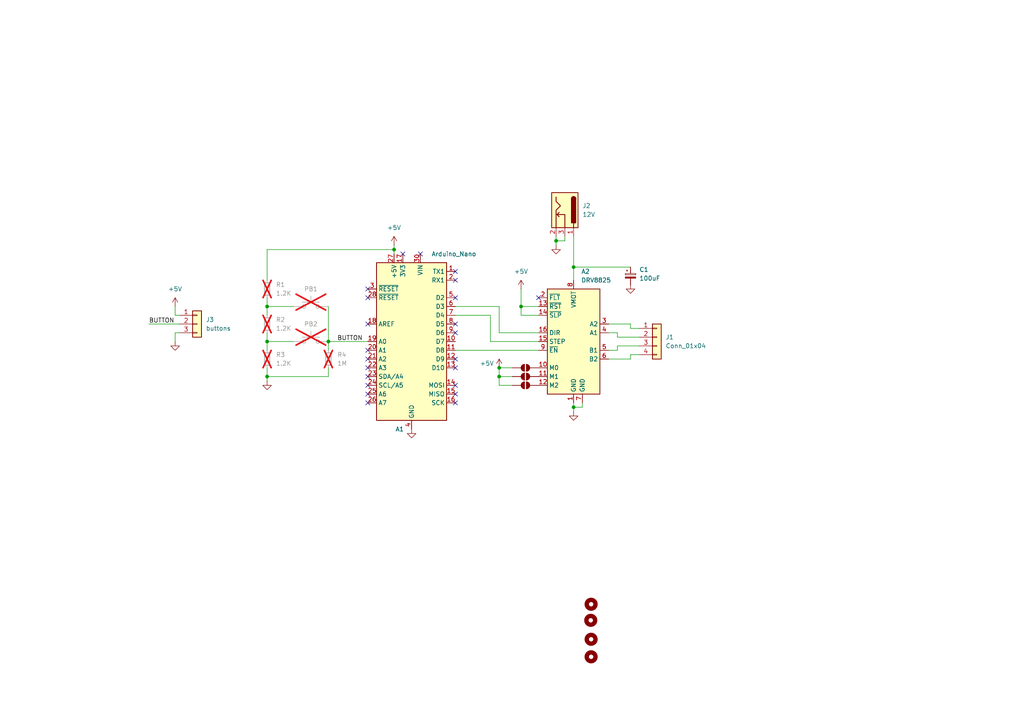
<source format=kicad_sch>
(kicad_sch (version 20231120) (generator "eeschema") (generator_version "8.0")
  (paper "A4")
  (lib_symbols
    (symbol "Connector:Barrel_Jack_Switch" (pin_names hide)
      (property "Reference" "J" (at 0 5.334 0))
      (property "Value" "Barrel_Jack_Switch" (at 0 -5.08 0))
      (symbol "Barrel_Jack_Switch_0_1"
        (rectangle (start -5.08 3.81) (end 5.08 -3.81) (stroke (width 0.254)) (fill (type background)))
        (arc (start -3.302 3.175) (mid -3.9343 2.54) (end -3.302 1.905) (stroke (width 0.254)))
        (arc (start -3.302 3.175) (mid -3.9343 2.54) (end -3.302 1.905) (stroke (width 0.254)) (fill (type outline)))
        (polyline (pts (xy 1.27 -2.286) (xy 1.905 -1.651)) (stroke (width 0.254)))
        (polyline (pts (xy 5.08 2.54) (xy 3.81 2.54)) (stroke (width 0.254)))
        (polyline (pts (xy 5.08 0) (xy 1.27 0) (xy 1.27 -2.286) (xy 0.635 -1.651)) (stroke (width 0.254)))
        (polyline (pts (xy -3.81 -2.54) (xy -2.54 -2.54) (xy -1.27 -1.27) (xy 0 -2.54) (xy 2.54 -2.54) (xy 5.08 -2.54)) (stroke (width 0.254)))
        (rectangle (start 3.683 3.175) (end -3.302 1.905) (stroke (width 0.254)) (fill (type outline)))
      )
      (symbol "Barrel_Jack_Switch_1_1"
        (pin passive line (at 7.62 2.54 180) (length 2.54) (name "~") (number "1"))
        (pin passive line (at 7.62 -2.54 180) (length 2.54) (name "~") (number "2"))
        (pin passive line (at 7.62 0 180) (length 2.54) (name "~") (number "3"))
      )
    )
    (symbol "Connector_Generic:Conn_01x03" (pin_names (offset 1.016) hide)
      (property "Reference" "J" (at 0 5.08 0))
      (property "Value" "Conn_01x03" (at 0 -5.08 0))
      (symbol "Conn_01x03_1_1"
        (rectangle (start -1.27 -2.413) (end 0 -2.667) (stroke (width 0.1524)))
        (rectangle (start -1.27 0.127) (end 0 -0.127) (stroke (width 0.1524)))
        (rectangle (start -1.27 2.667) (end 0 2.413) (stroke (width 0.1524)))
        (rectangle (start -1.27 3.81) (end 1.27 -3.81) (stroke (width 0.254)) (fill (type background)))
        (pin passive line (at -5.08 2.54 0) (length 3.81) (name "Pin_1") (number "1"))
        (pin passive line (at -5.08 0 0) (length 3.81) (name "Pin_2") (number "2"))
        (pin passive line (at -5.08 -2.54 0) (length 3.81) (name "Pin_3") (number "3"))
      )
    )
    (symbol "Connector_Generic:Conn_01x04" (pin_names (offset 1.016) hide)
      (property "Reference" "J" (at 0 5.08 0))
      (property "Value" "Conn_01x04" (at 0 -7.62 0))
      (symbol "Conn_01x04_1_1"
        (rectangle (start -1.27 -4.953) (end 0 -5.207) (stroke (width 0.1524)))
        (rectangle (start -1.27 -2.413) (end 0 -2.667) (stroke (width 0.1524)))
        (rectangle (start -1.27 0.127) (end 0 -0.127) (stroke (width 0.1524)))
        (rectangle (start -1.27 2.667) (end 0 2.413) (stroke (width 0.1524)))
        (rectangle (start -1.27 3.81) (end 1.27 -6.35) (stroke (width 0.254)) (fill (type background)))
        (pin passive line (at -5.08 2.54 0) (length 3.81) (name "Pin_1") (number "1"))
        (pin passive line (at -5.08 0 0) (length 3.81) (name "Pin_2") (number "2"))
        (pin passive line (at -5.08 -2.54 0) (length 3.81) (name "Pin_3") (number "3"))
        (pin passive line (at -5.08 -5.08 0) (length 3.81) (name "Pin_4") (number "4"))
      )
    )
    (symbol "Device:C_Polarized_Small" (pin_numbers hide) (pin_names (offset 0.254) hide)
      (property "Reference" "C" (at 0.254 1.778 0))
      (property "Value" "C_Polarized_Small" (at 0.254 -2.032 0))
      (symbol "C_Polarized_Small_0_1"
        (rectangle (start -1.524 -0.3048) (end 1.524 -0.6858) (fill (type outline)))
        (rectangle (start -1.524 0.6858) (end 1.524 0.3048))
        (polyline (pts (xy -1.27 1.524) (xy -0.762 1.524)))
        (polyline (pts (xy -1.016 1.27) (xy -1.016 1.778)))
      )
      (symbol "C_Polarized_Small_1_1"
        (pin passive line (at 0 2.54 270) (length 1.8542) (name "~") (number "1"))
        (pin passive line (at 0 -2.54 90) (length 1.8542) (name "~") (number "2"))
      )
    )
    (symbol "Device:R_Small" (pin_numbers hide) (pin_names (offset 0.254) hide)
      (property "Reference" "R" (at 0.762 0.508 0))
      (property "Value" "R_Small" (at 0.762 -1.016 0))
      (symbol "R_Small_0_1"
        (rectangle (start -0.762 1.778) (end 0.762 -1.778) (stroke (width 0.2032)))
      )
      (symbol "R_Small_1_1"
        (pin passive line (at 0 2.54 270) (length 0.762) (name "~") (number "1"))
        (pin passive line (at 0 -2.54 90) (length 0.762) (name "~") (number "2"))
      )
    )
    (symbol "Driver_Motor:Pololu_Breakout_DRV8825"
      (property "Reference" "A2" (at 2.1941 17.78 0))
      (property "Value" "DRV8825" (at 2.1941 15.24 0))
      (symbol "Pololu_Breakout_DRV8825_0_1"
        (rectangle (start 7.62 -17.78) (end -7.62 12.7) (stroke (width 0.254)) (fill (type background)))
      )
      (symbol "Pololu_Breakout_DRV8825_1_1"
        (pin power_in line (at 0 -20.32 90) (length 2.54) (name "GND") (number "1"))
        (pin input line (at -10.16 -10.16 0) (length 2.54) (name "M0") (number "10"))
        (pin input line (at -10.16 -12.7 0) (length 2.54) (name "M1") (number "11"))
        (pin input line (at -10.16 -15.24 0) (length 2.54) (name "M2") (number "12"))
        (pin input line (at -10.16 7.62 0) (length 2.54) (name "~{RST}") (number "13"))
        (pin input line (at -10.16 5.08 0) (length 2.54) (name "~{SLP}") (number "14"))
        (pin input line (at -10.16 -2.54 0) (length 2.54) (name "STEP") (number "15"))
        (pin input line (at -10.16 0 0) (length 2.54) (name "DIR") (number "16"))
        (pin output line (at -10.16 10.16 0) (length 2.54) (name "~{FLT}") (number "2"))
        (pin output line (at 10.16 2.54 180) (length 2.54) (name "A2") (number "3"))
        (pin output line (at 10.16 0 180) (length 2.54) (name "A1") (number "4"))
        (pin output line (at 10.16 -5.08 180) (length 2.54) (name "B1") (number "5"))
        (pin output line (at 10.16 -7.62 180) (length 2.54) (name "B2") (number "6"))
        (pin power_in line (at 2.54 -20.32 90) (length 2.54) (name "GND") (number "7"))
        (pin power_in line (at 0 15.24 270) (length 2.54) (name "VMOT") (number "8"))
        (pin input line (at -10.16 -5.08 0) (length 2.54) (name "~{EN}") (number "9"))
      )
    )
    (symbol "Jumper:SolderJumper_2_Open" (pin_numbers hide) (pin_names (offset 0) hide) (exclude_from_sim yes) (in_bom no)
      (property "Reference" "JP" (at 0 2.032 0))
      (property "Value" "SolderJumper_2_Open" (at 0 -2.54 0))
      (symbol "SolderJumper_2_Open_0_1"
        (arc (start -0.254 1.016) (mid -1.2656 0) (end -0.254 -1.016))
        (arc (start -0.254 1.016) (mid -1.2656 0) (end -0.254 -1.016) (fill (type outline)))
        (polyline (pts (xy -0.254 1.016) (xy -0.254 -1.016)))
        (polyline (pts (xy 0.254 1.016) (xy 0.254 -1.016)))
        (arc (start 0.254 -1.016) (mid 1.2656 0) (end 0.254 1.016))
        (arc (start 0.254 -1.016) (mid 1.2656 0) (end 0.254 1.016) (fill (type outline)))
      )
      (symbol "SolderJumper_2_Open_1_1"
        (pin passive line (at -3.81 0 0) (length 2.54) (name "A") (number "1"))
        (pin passive line (at 3.81 0 180) (length 2.54) (name "B") (number "2"))
      )
    )
    (symbol "MCU_Module:Arduino_Nano_Every"
      (property "Reference" "A" (at -10.16 23.495 0))
      (property "Value" "Arduino_Nano_Every" (at 5.08 -24.13 0))
      (symbol "Arduino_Nano_Every_0_1"
        (rectangle (start -10.16 22.86) (end 10.16 -22.86) (stroke (width 0.254)) (fill (type background)))
      )
      (symbol "Arduino_Nano_Every_1_1"
        (pin bidirectional line (at -12.7 20.32 0) (length 2.54) (name "TX1") (number "1"))
        (pin bidirectional line (at -12.7 0 0) (length 2.54) (name "D7") (number "10"))
        (pin bidirectional line (at -12.7 -2.54 0) (length 2.54) (name "D8") (number "11"))
        (pin bidirectional line (at -12.7 -5.08 0) (length 2.54) (name "D9") (number "12"))
        (pin bidirectional line (at -12.7 -7.62 0) (length 2.54) (name "D10") (number "13"))
        (pin bidirectional line (at -12.7 -12.7 0) (length 2.54) (name "MOSI") (number "14"))
        (pin bidirectional line (at -12.7 -15.24 0) (length 2.54) (name "MISO") (number "15"))
        (pin bidirectional line (at -12.7 -17.78 0) (length 2.54) (name "SCK") (number "16"))
        (pin power_out line (at 2.54 25.4 270) (length 2.54) (name "3V3") (number "17"))
        (pin input line (at 12.7 5.08 180) (length 2.54) (name "AREF") (number "18"))
        (pin bidirectional line (at 12.7 0 180) (length 2.54) (name "A0") (number "19"))
        (pin bidirectional line (at -12.7 17.78 0) (length 2.54) (name "RX1") (number "2"))
        (pin bidirectional line (at 12.7 -2.54 180) (length 2.54) (name "A1") (number "20"))
        (pin bidirectional line (at 12.7 -5.08 180) (length 2.54) (name "A2") (number "21"))
        (pin bidirectional line (at 12.7 -7.62 180) (length 2.54) (name "A3") (number "22"))
        (pin bidirectional line (at 12.7 -10.16 180) (length 2.54) (name "SDA/A4") (number "23"))
        (pin bidirectional line (at 12.7 -12.7 180) (length 2.54) (name "SCL/A5") (number "24"))
        (pin bidirectional line (at 12.7 -15.24 180) (length 2.54) (name "A6") (number "25"))
        (pin bidirectional line (at 12.7 -17.78 180) (length 2.54) (name "A7") (number "26"))
        (pin power_out line (at 5.08 25.4 270) (length 2.54) (name "+5V") (number "27"))
        (pin input line (at 12.7 12.7 180) (length 2.54) (name "~{RESET}") (number "28"))
        (pin passive line (at 0 -25.4 90) (length 2.54) hide (name "GND") (number "29"))
        (pin input line (at 12.7 15.24 180) (length 2.54) (name "~{RESET}") (number "3"))
        (pin power_in line (at -2.54 25.4 270) (length 2.54) (name "VIN") (number "30"))
        (pin power_in line (at 0 -25.4 90) (length 2.54) (name "GND") (number "4"))
        (pin bidirectional line (at -12.7 12.7 0) (length 2.54) (name "D2") (number "5"))
        (pin bidirectional line (at -12.7 10.16 0) (length 2.54) (name "D3") (number "6"))
        (pin bidirectional line (at -12.7 7.62 0) (length 2.54) (name "D4") (number "7"))
        (pin bidirectional line (at -12.7 5.08 0) (length 2.54) (name "D5") (number "8"))
        (pin bidirectional line (at -12.7 2.54 0) (length 2.54) (name "D6") (number "9"))
      )
    )
    (symbol "Mechanical:MountingHole" (pin_names (offset 1.016)) (exclude_from_sim yes) (in_bom no)
      (property "Reference" "H" (at 0 5.08 0))
      (property "Value" "MountingHole" (at 0 3.175 0))
      (symbol "MountingHole_0_1"
        (circle (center 0 0) (radius 1.27) (stroke (width 1.27)))
      )
    )
    (symbol "Switch:SW_Push" (pin_numbers hide) (pin_names (offset 1.016) hide)
      (property "Reference" "SW" (at 1.27 2.54 0))
      (property "Value" "SW_Push" (at 0 -1.524 0))
      (symbol "SW_Push_0_1"
        (circle (center -2.032 0) (radius 0.508))
        (polyline (pts (xy 0 1.27) (xy 0 3.048)))
        (polyline (pts (xy 2.54 1.27) (xy -2.54 1.27)))
        (circle (center 2.032 0) (radius 0.508))
        (pin passive line (at -5.08 0 0) (length 2.54) (name "1") (number "1"))
        (pin passive line (at 5.08 0 180) (length 2.54) (name "2") (number "2"))
      )
    )
    (symbol "power:+5V" (power) (pin_numbers hide) (pin_names (offset 0) hide)
      (property "Value" "+5V" (at 0 3.556 0))
      (symbol "+5V_0_1"
        (polyline (pts (xy -0.762 1.27) (xy 0 2.54)))
        (polyline (pts (xy 0 0) (xy 0 2.54)))
        (polyline (pts (xy 0 2.54) (xy 0.762 1.27)))
      )
      (symbol "+5V_1_1"
        (pin power_in line (at 0 0 90) (length 0) (name "~") (number "1"))
      )
    )
    (symbol "power:GND" (power) (pin_numbers hide) (pin_names (offset 0) hide)
      (property "Value" "GND" (at 0 -3.81 0))
      (symbol "GND_0_1"
        (polyline (pts (xy 0 0) (xy 0 -1.27) (xy 1.27 -1.27) (xy 0 -2.54) (xy -1.27 -1.27) (xy 0 -1.27)))
      )
      (symbol "GND_1_1"
        (pin power_in line (at 0 0 270) (length 0) (name "~") (number "1"))
      )
    )
  )
  (junction (at 114.3 72.39))
  (junction (at 77.47 109.22))
  (junction (at 166.37 77.47))
  (junction (at 77.47 99.06))
  (junction (at 161.29 69.85))
  (junction (at 95.25 99.06))
  (junction (at 151.13 88.9))
  (junction (at 144.78 106.68))
  (junction (at 144.78 109.22))
  (junction (at 77.47 88.9))
  (junction (at 166.37 118.11))
  (no_connect (at 106.68 101.6))
  (no_connect (at 106.68 111.76))
  (no_connect (at 116.84 73.66))
  (no_connect (at 106.68 109.22))
  (no_connect (at 132.08 114.3))
  (no_connect (at 132.08 111.76))
  (no_connect (at 106.68 116.84))
  (no_connect (at 106.68 93.98))
  (no_connect (at 156.21 86.36))
  (no_connect (at 132.08 93.98))
  (no_connect (at 132.08 78.74))
  (no_connect (at 106.68 104.14))
  (no_connect (at 132.08 96.52))
  (no_connect (at 121.92 73.66))
  (no_connect (at 132.08 106.68))
  (no_connect (at 106.68 106.68))
  (no_connect (at 106.68 83.82))
  (no_connect (at 106.68 86.36))
  (no_connect (at 132.08 104.14))
  (no_connect (at 106.68 114.3))
  (no_connect (at 132.08 86.36))
  (no_connect (at 132.08 116.84))
  (no_connect (at 132.08 81.28))
  (wire (pts (xy 142.24 91.44) (xy 142.24 99.06)))
  (wire (pts (xy 50.8 91.44) (xy 52.07 91.44)))
  (wire (pts (xy 163.83 69.85) (xy 161.29 69.85)))
  (wire (pts (xy 148.59 111.76) (xy 144.78 111.76)))
  (wire (pts (xy 166.37 116.84) (xy 166.37 118.11)))
  (wire (pts (xy 114.3 71.12) (xy 114.3 72.39)))
  (wire (pts (xy 151.13 91.44) (xy 151.13 88.9)))
  (wire (pts (xy 166.37 77.47) (xy 166.37 81.28)))
  (wire (pts (xy 43.18 93.98) (xy 52.07 93.98)))
  (wire (pts (xy 163.83 68.58) (xy 163.83 69.85)))
  (wire (pts (xy 185.42 95.25) (xy 182.88 95.25)))
  (wire (pts (xy 156.21 88.9) (xy 151.13 88.9)))
  (wire (pts (xy 182.88 104.14) (xy 176.53 104.14)))
  (wire (pts (xy 179.07 97.79) (xy 185.42 97.79)))
  (wire (pts (xy 95.25 109.22) (xy 77.47 109.22)))
  (wire (pts (xy 166.37 118.11) (xy 166.37 119.38)))
  (wire (pts (xy 185.42 102.87) (xy 182.88 102.87)))
  (wire (pts (xy 77.47 106.68) (xy 77.47 109.22)))
  (wire (pts (xy 151.13 88.9) (xy 151.13 83.82)))
  (wire (pts (xy 95.25 88.9) (xy 95.25 99.06)))
  (wire (pts (xy 144.78 106.68) (xy 148.59 106.68)))
  (wire (pts (xy 182.88 93.98) (xy 176.53 93.98)))
  (wire (pts (xy 168.91 118.11) (xy 166.37 118.11)))
  (wire (pts (xy 77.47 109.22) (xy 77.47 110.49)))
  (wire (pts (xy 176.53 96.52) (xy 179.07 96.52)))
  (wire (pts (xy 166.37 68.58) (xy 166.37 77.47)))
  (wire (pts (xy 168.91 116.84) (xy 168.91 118.11)))
  (wire (pts (xy 95.25 106.68) (xy 95.25 109.22)))
  (wire (pts (xy 50.8 88.9) (xy 50.8 91.44)))
  (wire (pts (xy 77.47 88.9) (xy 85.09 88.9)))
  (wire (pts (xy 77.47 96.52) (xy 77.47 99.06)))
  (wire (pts (xy 77.47 99.06) (xy 85.09 99.06)))
  (wire (pts (xy 156.21 91.44) (xy 151.13 91.44)))
  (wire (pts (xy 182.88 77.47) (xy 166.37 77.47)))
  (wire (pts (xy 161.29 69.85) (xy 161.29 71.12)))
  (wire (pts (xy 144.78 88.9) (xy 144.78 96.52)))
  (wire (pts (xy 77.47 99.06) (xy 77.47 101.6)))
  (wire (pts (xy 77.47 72.39) (xy 114.3 72.39)))
  (wire (pts (xy 161.29 69.85) (xy 161.29 68.58)))
  (wire (pts (xy 50.8 96.52) (xy 52.07 96.52)))
  (wire (pts (xy 144.78 96.52) (xy 156.21 96.52)))
  (wire (pts (xy 176.53 101.6) (xy 179.07 101.6)))
  (wire (pts (xy 132.08 88.9) (xy 144.78 88.9)))
  (wire (pts (xy 132.08 91.44) (xy 142.24 91.44)))
  (wire (pts (xy 95.25 99.06) (xy 95.25 101.6)))
  (wire (pts (xy 132.08 101.6) (xy 156.21 101.6)))
  (wire (pts (xy 182.88 102.87) (xy 182.88 104.14)))
  (wire (pts (xy 144.78 109.22) (xy 144.78 106.68)))
  (wire (pts (xy 77.47 88.9) (xy 77.47 91.44)))
  (wire (pts (xy 179.07 96.52) (xy 179.07 97.79)))
  (wire (pts (xy 50.8 99.06) (xy 50.8 96.52)))
  (wire (pts (xy 144.78 111.76) (xy 144.78 109.22)))
  (wire (pts (xy 77.47 81.28) (xy 77.47 72.39)))
  (wire (pts (xy 142.24 99.06) (xy 156.21 99.06)))
  (wire (pts (xy 144.78 109.22) (xy 148.59 109.22)))
  (wire (pts (xy 114.3 72.39) (xy 114.3 73.66)))
  (wire (pts (xy 179.07 100.33) (xy 185.42 100.33)))
  (wire (pts (xy 77.47 86.36) (xy 77.47 88.9)))
  (wire (pts (xy 179.07 101.6) (xy 179.07 100.33)))
  (wire (pts (xy 95.25 99.06) (xy 106.68 99.06)))
  (wire (pts (xy 182.88 95.25) (xy 182.88 93.98)))
  (label "BUTTON" (at 43.18 93.98 0))
  (label "BUTTON" (at 97.79 99.06 0))
  (symbol (lib_id "power:GND") (at 166.37 119.38 0) (unit 1)
    (property "Reference" "#PWR2" (effects (hide yes)))
    (property "Value" "GND" (effects (hide yes)))
    (property "Description" "Power symbol creates a global label with name \"GND\" , ground" (effects (hide yes)))
  )
  (symbol (lib_id "Driver_Motor:Pololu_Breakout_DRV8825") (at 166.37 96.52 0) (unit 1)
    (property "Reference" "A2" (at 168.5641 78.74 0) (effects (justify left)))
    (property "Value" "DRV8825" (at 168.5641 81.28 0) (effects (justify left)))
    (property "Footprint" "Module:Pololu_Breakout-16_15.2x20.3mm" (effects (hide yes)))
    (property "Datasheet" "https://www.pololu.com/product/2982" (effects (hide yes)))
    (property "Description" "Pololu Breakout Board, Stepper Driver DRV8825" (effects (hide yes)))
  )
  (symbol (lib_id "Switch:SW_Push") (at 90.17 99.06 0) (unit 1) (in_bom no) (on_board no) (dnp yes)
    (property "Reference" "PB2" (at 90.17 93.98 0))
    (property "Value" "SW_Push" (effects (hide yes)))
    (property "Footprint" "Button_Switch_THT:SW_Tactile_SPST_Angled_PTS645Vx39-2LFS" (effects (hide yes)))
    (property "Description" "Push button switch, generic, two pins" (effects (hide yes)))
  )
  (symbol (lib_id "Mechanical:MountingHole") (at 171.3434 179.9221 0) (unit 1) (exclude_from_sim yes) (in_bom no)
    (property "Reference" "H2" (effects (hide yes)))
    (property "Value" "MountingHole" (effects (hide yes)))
    (property "Footprint" "JLCPCB:MountingHole_1.5mm" (effects (hide yes)))
    (property "Description" "Mounting Hole without connection" (effects (hide yes)))
  )
  (symbol (lib_id "Connector:Barrel_Jack_Switch") (at 163.83 60.96 270) (unit 1)
    (property "Reference" "J2" (at 168.91 59.6899 90) (effects (justify left)))
    (property "Value" "12V" (at 168.91 62.2299 90) (effects (justify left)))
    (property "Footprint" "Connector_BarrelJack:BarrelJack_GCT_DCJ200-10-A_Horizontal" (effects (hide yes)))
    (property "Description" "DC Barrel Jack with an internal switch" (effects (hide yes)))
  )
  (symbol (lib_id "power:GND") (at 77.47 110.49 0) (unit 1)
    (property "Reference" "#PWR7" (effects (hide yes)))
    (property "Value" "GND" (effects (hide yes)))
    (property "Description" "Power symbol creates a global label with name \"GND\" , ground" (effects (hide yes)))
  )
  (symbol (lib_id "Mechanical:MountingHole") (at 171.45 190.5 0) (unit 1) (exclude_from_sim yes) (in_bom no)
    (property "Reference" "H4" (effects (hide yes)))
    (property "Value" "MountingHole" (effects (hide yes)))
    (property "Footprint" "JLCPCB:MountingHole_1.5mm" (effects (hide yes)))
    (property "Description" "Mounting Hole without connection" (effects (hide yes)))
  )
  (symbol (lib_id "power:GND") (at 119.38 124.46 0) (unit 1)
    (property "Reference" "#PWR1" (effects (hide yes)))
    (property "Value" "GND" (effects (hide yes)))
    (property "Description" "Power symbol creates a global label with name \"GND\" , ground" (effects (hide yes)))
  )
  (symbol (lib_id "Mechanical:MountingHole") (at 171.45 175.26 0) (unit 1) (exclude_from_sim yes) (in_bom no)
    (property "Reference" "H1" (effects (hide yes)))
    (property "Value" "MountingHole" (effects (hide yes)))
    (property "Footprint" "JLCPCB:MountingHole_1.5mm" (effects (hide yes)))
    (property "Description" "Mounting Hole without connection" (effects (hide yes)))
  )
  (symbol (lib_id "power:GND") (at 161.29 71.12 0) (unit 1)
    (property "Reference" "#PWR3" (effects (hide yes)))
    (property "Value" "GND" (effects (hide yes)))
    (property "Description" "Power symbol creates a global label with name \"GND\" , ground" (effects (hide yes)))
  )
  (symbol (lib_id "power:+5V") (at 151.13 83.82 0) (unit 1)
    (property "Reference" "#PWR8" (effects (hide yes)))
    (property "Value" "+5V" (at 151.13 78.74 0))
    (property "Description" "Power symbol creates a global label with name \"+5V\"" (effects (hide yes)))
  )
  (symbol (lib_id "Device:C_Polarized_Small") (at 182.88 80.01 0) (unit 1)
    (property "Reference" "C1" (at 185.42 78.1938 0) (effects (justify left)))
    (property "Value" "100uF" (at 185.42 80.7338 0) (effects (justify left)))
    (property "Footprint" "Capacitor_THT:CP_Radial_D6.3mm_P2.50mm" (effects (hide yes)))
    (property "Description" "Polarized capacitor, small symbol" (effects (hide yes)))
  )
  (symbol (lib_id "Device:R_Small") (at 95.25 104.14 0) (unit 1) (in_bom no) (on_board no) (dnp yes)
    (property "Reference" "R4" (at 97.79 102.8699 0) (effects (justify left)))
    (property "Value" "1M" (at 97.79 105.4099 0) (effects (justify left)))
    (property "Footprint" "Resistor_SMD:R_0603_1608Metric" (effects (hide yes)))
    (property "Description" "Resistor, small symbol" (effects (hide yes)))
    (property "LCSC" "C22935" (effects (hide yes)))
  )
  (symbol (lib_id "Connector_Generic:Conn_01x04") (at 190.5 97.79 0) (unit 1)
    (property "Reference" "J1" (at 193.04 97.7899 0) (effects (justify left)))
    (property "Value" "Conn_01x04" (at 193.04 100.3299 0) (effects (justify left)))
    (property "Footprint" "Connector_PinHeader_2.54mm:PinHeader_1x04_P2.54mm_Vertical" (effects (hide yes)))
    (property "Description" "Generic connector, single row, 01x04, script generated (kicad-library-utils/schlib/autogen/connector/)" (effects (hide yes)))
  )
  (symbol (lib_id "power:GND") (at 50.8 99.06 0) (unit 1)
    (property "Reference" "#PWR10" (effects (hide yes)))
    (property "Value" "GND" (effects (hide yes)))
    (property "Description" "Power symbol creates a global label with name \"GND\" , ground" (effects (hide yes)))
  )
  (symbol (lib_id "Mechanical:MountingHole") (at 171.45 185.42 0) (unit 1) (exclude_from_sim yes) (in_bom no)
    (property "Reference" "H3" (effects (hide yes)))
    (property "Value" "MountingHole" (effects (hide yes)))
    (property "Footprint" "JLCPCB:MountingHole_1.5mm" (effects (hide yes)))
    (property "Description" "Mounting Hole without connection" (effects (hide yes)))
  )
  (symbol (lib_id "Jumper:SolderJumper_2_Open") (at 152.4 111.76 0) (unit 1) (exclude_from_sim yes) (in_bom no)
    (property "Reference" "JP3" (effects (hide yes)))
    (property "Value" "SolderJumper_2_Open" (effects (hide yes)))
    (property "Footprint" "Jumper:SolderJumper-2_P1.3mm_Open_TrianglePad1.0x1.5mm" (effects (hide yes)))
    (property "Description" "Solder Jumper, 2-pole, open" (effects (hide yes)))
  )
  (symbol (lib_id "Connector_Generic:Conn_01x03") (at 57.15 93.98 0) (unit 1)
    (property "Reference" "J3" (at 59.69 92.7099 0) (effects (justify left)))
    (property "Value" "buttons" (at 59.69 95.2499 0) (effects (justify left)))
    (property "Footprint" "Connector_PinHeader_2.54mm:PinHeader_1x03_P2.54mm_Vertical" (effects (hide yes)))
    (property "Description" "Generic connector, single row, 01x03, script generated (kicad-library-utils/schlib/autogen/connector/)" (effects (hide yes)))
  )
  (symbol (lib_id "Jumper:SolderJumper_2_Open") (at 152.4 106.68 0) (unit 1) (exclude_from_sim yes) (in_bom no)
    (property "Reference" "JP1" (effects (hide yes)))
    (property "Value" "SolderJumper_2_Open" (effects (hide yes)))
    (property "Footprint" "Jumper:SolderJumper-2_P1.3mm_Open_TrianglePad1.0x1.5mm" (effects (hide yes)))
    (property "Description" "Solder Jumper, 2-pole, open" (effects (hide yes)))
  )
  (symbol (lib_id "power:+5V") (at 114.3 71.12 0) (unit 1)
    (property "Reference" "#PWR5" (effects (hide yes)))
    (property "Value" "+5V" (at 114.3 66.04 0))
    (property "Description" "Power symbol creates a global label with name \"+5V\"" (effects (hide yes)))
  )
  (symbol (lib_id "Device:R_Small") (at 77.47 83.82 0) (unit 1) (in_bom no) (on_board no) (dnp yes)
    (property "Reference" "R1" (at 80.01 82.5499 0) (effects (justify left)))
    (property "Value" "1.2K" (at 80.01 85.0899 0) (effects (justify left)))
    (property "Footprint" "Resistor_SMD:R_0603_1608Metric" (effects (hide yes)))
    (property "Description" "Resistor, small symbol" (effects (hide yes)))
    (property "LCSC" "C22765" (effects (hide yes)))
  )
  (symbol (lib_id "MCU_Module:Arduino_Nano_Every") (at 119.38 99.06 0) (mirror y) (unit 1)
    (property "Reference" "A1" (at 117.1859 124.46 0) (effects (justify left)))
    (property "Value" "Arduino_Nano" (at 138.176 73.66 0) (effects (justify left)))
    (property "Footprint" "Module:Arduino_Nano" (effects (hide yes)))
    (property "Datasheet" "https://content.arduino.cc/assets/NANOEveryV3.0_sch.pdf" (effects (hide yes)))
    (property "Description" "Arduino Nano Every" (effects (hide yes)))
  )
  (symbol (lib_id "power:GND") (at 182.88 82.55 0) (unit 1)
    (property "Reference" "#PWR4" (effects (hide yes)))
    (property "Value" "GND" (effects (hide yes)))
    (property "Description" "Power symbol creates a global label with name \"GND\" , ground" (effects (hide yes)))
  )
  (symbol (lib_id "power:+5V") (at 144.78 106.68 0) (unit 1)
    (property "Reference" "#PWR6" (effects (hide yes)))
    (property "Value" "+5V" (at 141.224 105.41 0))
    (property "Description" "Power symbol creates a global label with name \"+5V\"" (effects (hide yes)))
  )
  (symbol (lib_id "Device:R_Small") (at 77.47 104.14 0) (unit 1) (in_bom no) (on_board no) (dnp yes)
    (property "Reference" "R3" (at 80.01 102.8699 0) (effects (justify left)))
    (property "Value" "1.2K" (at 80.01 105.4099 0) (effects (justify left)))
    (property "Footprint" "Resistor_SMD:R_0603_1608Metric" (effects (hide yes)))
    (property "Description" "Resistor, small symbol" (effects (hide yes)))
    (property "LCSC" "C22765" (effects (hide yes)))
  )
  (symbol (lib_id "Device:R_Small") (at 77.47 93.98 0) (unit 1) (in_bom no) (on_board no) (dnp yes)
    (property "Reference" "R2" (at 80.01 92.7099 0) (effects (justify left)))
    (property "Value" "1.2K" (at 80.01 95.2499 0) (effects (justify left)))
    (property "Footprint" "Resistor_SMD:R_0603_1608Metric" (effects (hide yes)))
    (property "Description" "Resistor, small symbol" (effects (hide yes)))
    (property "LCSC" "C22765" (effects (hide yes)))
  )
  (symbol (lib_id "Jumper:SolderJumper_2_Open") (at 152.4 109.22 0) (unit 1) (exclude_from_sim yes) (in_bom no)
    (property "Reference" "JP2" (effects (hide yes)))
    (property "Value" "SolderJumper_2_Open" (effects (hide yes)))
    (property "Footprint" "Jumper:SolderJumper-2_P1.3mm_Open_TrianglePad1.0x1.5mm" (effects (hide yes)))
    (property "Description" "Solder Jumper, 2-pole, open" (effects (hide yes)))
  )
  (symbol (lib_id "power:+5V") (at 50.8 88.9 0) (unit 1)
    (property "Reference" "#PWR9" (effects (hide yes)))
    (property "Value" "+5V" (at 50.8 83.82 0))
    (property "Description" "Power symbol creates a global label with name \"+5V\"" (effects (hide yes)))
  )
  (symbol (lib_id "Switch:SW_Push") (at 90.17 88.9 0) (unit 1) (in_bom no) (on_board no) (dnp yes)
    (property "Reference" "PB1" (at 90.17 83.82 0))
    (property "Value" "SW_Push" (effects (hide yes)))
    (property "Footprint" "Button_Switch_THT:SW_Tactile_SPST_Angled_PTS645Vx39-2LFS" (effects (hide yes)))
    (property "Description" "Push button switch, generic, two pins" (effects (hide yes)))
  )
)
</source>
